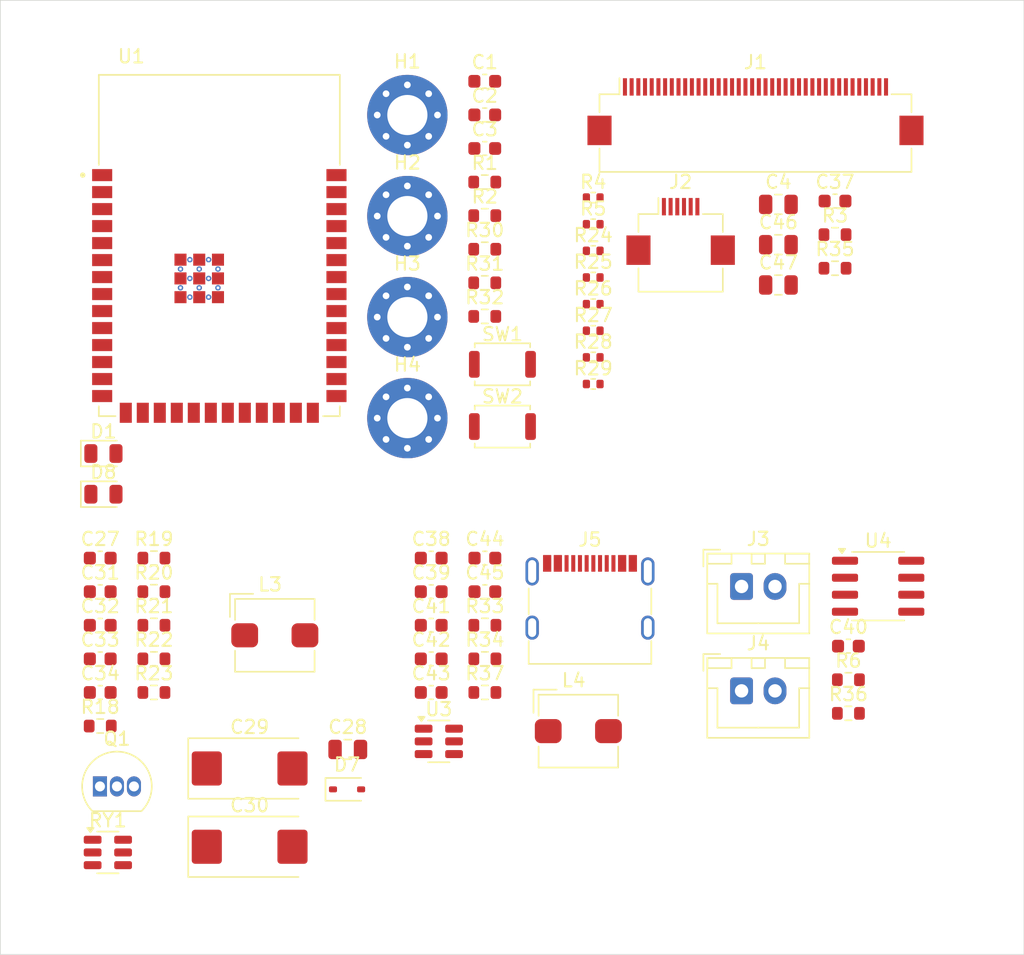
<source format=kicad_pcb>
(kicad_pcb (version 20240108) (generator "pcbnew") (generator_version "8.0")
  (layers (0 "F.Cu" signal) (31 "B.Cu" signal) (34 "B.Paste" user) (35 "F.Paste" user) (36 "B.SilkS" user "B.Silkscreen") (37 "F.SilkS" user "F.Silkscreen") (38 "B.Mask" user) (39 "F.Mask" user) (44 "Edge.Cuts" user))
  (net 0 "")
  (net 1 "GND")
  (net 2 "RESET")
  (net 3 "+3.3V")
  (net 4 "Net-(J1-Pin_4)")
  (net 5 "Net-(C28-Pad1)")
  (net 6 "/LCD/LCD connector/LED+")
  (net 7 "Net-(J2-Pin_5)")
  (net 8 "Net-(U3-VFB)")
  (net 9 "Net-(U4-VCC)")
  (net 10 "+12V")
  (net 11 "Net-(U3-VBST)")
  (net 12 "Net-(U3-SW)")
  (net 13 "/LCD/LCD connector/IO42")
  (net 14 "Net-(D1-A)")
  (net 15 "Net-(D7-A)")
  (net 16 "Net-(D8-A)")
  (net 17 "/LCD/LCD connector/IO6")
  (net 18 "/LCD/LCD connector/IO46")
  (net 19 "/LCD/LCD connector/IO9")
  (net 20 "/LCD/LCD connector/IO7")
  (net 22 "/LCD/LCD connector/IO21")
  (net 23 "/LCD/LCD connector/IO15")
  (net 24 "/LCD/LCD connector/IO40")
  (net 25 "/LCD/LCD connector/IO39")
  (net 27 "/LCD/LCD connector/IO3")
  (net 28 "/LCD/LCD connector/IO48")
  (net 29 "/LCD/LCD connector/IO8")
  (net 30 "Net-(J1-Pin_31)")
  (net 31 "/LCD/LCD connector/IO1")
  (net 33 "/LCD/LCD connector/IO5")
  (net 35 "/LCD/LCD connector/IO14")
  (net 36 "/LCD/LCD connector/LED-")
  (net 37 "/LCD/LCD connector/IO41")
  (net 38 "/LCD/LCD connector/IO47")
  (net 39 "/LCD/LCD connector/IO16")
  (net 41 "/LCD/LCD connector/IO4")
  (net 42 "/LCD/LCD connector/IO45")
  (net 43 "Net-(J2-Pin_4)")
  (net 45 "/LCD/LCD connector/SCL")
  (net 46 "/LCD/LCD connector/SDA")
  (net 47 "Net-(J4-Pin_2)")
  (net 48 "Net-(J4-Pin_1)")
  (net 49 "/LCD/MCU/D-")
  (net 51 "/LCD/MCU/D+")
  (net 59 "Net-(Q1-B)")
  (net 60 "Net-(Q1-C)")
  (net 61 "Net-(U1-IO13)")
  (net 62 "/LCD/LCD connector/RESET")
  (net 63 "/LCD/LCD connector/IO38")
  (net 64 "Net-(U4-Rs)")
  (net 65 "/LCD/MCU/IO35")
  (net 66 "BOOST ")
  (net 67 "Net-(U3-EN)")
  (net 73 "/LCD/CANBUS TRANCEIVER/CAN_TX")
  (net 75 "/LCD/CANBUS TRANCEIVER/CAN_RX")
  (footprint "Capacitor_SMD:C_0603_1608Metric" (layer "F.Cu") (at 150.31 90.89)
    (property "Reference" "C31" (at 0 -1.43 0) (layer "F.SilkS"))
    (property "Value" "10uF")
    (pad "1" smd roundrect (at -0.775 0) (size 0.9 0.95) (layers "F.Cu" "F.Paste" "F.Mask") (net 1 "GND"))
    (pad "2" smd roundrect (at 0.775 0) (size 0.9 0.95) (layers "F.Cu" "F.Paste" "F.Mask") (net 3 "+3.3V"))
  )
  (footprint "Resistor_SMD:R_0603_1608Metric" (layer "F.Cu") (at 150.31 100.93)
    (property "Reference" "R18" (at 0 -1.43 0) (layer "F.SilkS"))
    (property "Value" "NC")
    (pad "1" smd roundrect (at -0.825 0) (size 0.8 0.95) (layers "F.Cu" "F.Paste" "F.Mask") (net 59 "Net-(Q1-B)"))
    (pad "2" smd roundrect (at 0.825 0) (size 0.8 0.95) (layers "F.Cu" "F.Paste" "F.Mask") (net 65 "/LCD/MCU/IO35"))
  )
  (footprint "Inductor_SMD:L_Bourns_SRP5030T" (layer "F.Cu") (at 163.35 94.15)
    (property "Reference" "L3" (at -0.35 -3.8 0) (layer "F.SilkS"))
    (property "Value" "10uH")
    (pad "1" smd roundrect (at -2.25 0) (size 2 1.8) (layers "F.Cu" "F.Paste" "F.Mask") (net 3 "+3.3V"))
    (pad "2" smd roundrect (at 2.25 0) (size 2 1.8) (layers "F.Cu" "F.Paste" "F.Mask") (net 15 "Net-(D7-A)"))
  )
  (footprint "Inductor_SMD:L_Bourns_SRP5030T" (layer "F.Cu") (at 186.02 101.31)
    (property "Reference" "L4" (at -0.35 -3.8 0) (layer "F.SilkS"))
    (property "Value" "4.7uH")
    (pad "1" smd roundrect (at -2.25 0) (size 2 1.8) (layers "F.Cu" "F.Paste" "F.Mask") (net 12 "Net-(U3-SW)"))
    (pad "2" smd roundrect (at 2.25 0) (size 2 1.8) (layers "F.Cu" "F.Paste" "F.Mask") (net 3 "+3.3V"))
  )
  (footprint "Connector_FFC-FPC:Hirose_FH12-6S-0.5SH_1x06-1MP_P0.50mm_Horizontal" (layer "F.Cu") (at 193.66 63.97)
    (property "Reference" "J2" (at 0 -3.7 0) (layer "F.SilkS"))
    (property "Value" "Conn_01x08_Pin")
    (pad "1" smd rect (at -1.25 -1.85) (size 0.3 1.3) (layers "F.Cu" "F.Paste" "F.Mask") (net 1 "GND"))
    (pad "2" smd rect (at -0.75 -1.85) (size 0.3 1.3) (layers "F.Cu" "F.Paste" "F.Mask") (net 46 "/LCD/LCD connector/SDA"))
    (pad "3" smd rect (at -0.25 -1.85) (size 0.3 1.3) (layers "F.Cu" "F.Paste" "F.Mask") (net 45 "/LCD/LCD connector/SCL"))
    (pad "4" smd rect (at 0.25 -1.85) (size 0.3 1.3) (layers "F.Cu" "F.Paste" "F.Mask") (net 43 "Net-(J2-Pin_4)"))
    (pad "5" smd rect (at 0.75 -1.85) (size 0.3 1.3) (layers "F.Cu" "F.Paste" "F.Mask") (net 7 "Net-(J2-Pin_5)"))
    (pad "6" smd rect (at 1.25 -1.85) (size 0.3 1.3) (layers "F.Cu" "F.Paste" "F.Mask"))
    (pad "MP" smd rect (at -3.15 1.4) (size 1.8 2.2) (layers "F.Cu" "F.Paste" "F.Mask"))
    (pad "MP" smd rect (at 3.15 1.4) (size 1.8 2.2) (layers "F.Cu" "F.Paste" "F.Mask"))
  )
  (footprint "Connector_FFC-FPC:Hirose_FH12-40S-0.5SH_1x40-1MP_P0.50mm_Horizontal" (layer "F.Cu") (at 199.25 55.02)
    (property "Reference" "J1" (at 0 -3.7 0) (layer "F.SilkS"))
    (property "Value" "Conn_01x42_Pin")
    (pad "1" smd rect (at -9.75 -1.85) (size 0.3 1.3) (layers "F.Cu" "F.Paste" "F.Mask") (net 36 "/LCD/LCD connector/LED-"))
    (pad "2" smd rect (at -9.25 -1.85) (size 0.3 1.3) (layers "F.Cu" "F.Paste" "F.Mask") (net 6 "/LCD/LCD connector/LED+"))
    (pad "3" smd rect (at -8.75 -1.85) (size 0.3 1.3) (layers "F.Cu" "F.Paste" "F.Mask") (net 1 "GND"))
    (pad "4" smd rect (at -8.25 -1.85) (size 0.3 1.3) (layers "F.Cu" "F.Paste" "F.Mask") (net 4 "Net-(J1-Pin_4)"))
    (pad "5" smd rect (at -7.75 -1.85) (size 0.3 1.3) (layers "F.Cu" "F.Paste" "F.Mask") (net 1 "GND"))
    (pad "6" smd rect (at -7.25 -1.85) (size 0.3 1.3) (layers "F.Cu" "F.Paste" "F.Mask") (net 1 "GND"))
    (pad "7" smd rect (at -6.75 -1.85) (size 0.3 1.3) (layers "F.Cu" "F.Paste" "F.Mask") (net 1 "GND"))
    (pad "8" smd rect (at -6.25 -1.85) (size 0.3 1.3) (layers "F.Cu" "F.Paste" "F.Mask") (net 42 "/LCD/LCD connector/IO45"))
    (pad "9" smd rect (at -5.75 -1.85) (size 0.3 1.3) (layers "F.Cu" "F.Paste" "F.Mask") (net 28 "/LCD/LCD connector/IO48"))
    (pad "10" smd rect (at -5.25 -1.85) (size 0.3 1.3) (layers "F.Cu" "F.Paste" "F.Mask") (net 38 "/LCD/LCD connector/IO47"))
    (pad "11" smd rect (at -4.75 -1.85) (size 0.3 1.3) (layers "F.Cu" "F.Paste" "F.Mask") (net 22 "/LCD/LCD connector/IO21"))
    (pad "12" smd rect (at -4.25 -1.85) (size 0.3 1.3) (layers "F.Cu" "F.Paste" "F.Mask") (net 35 "/LCD/LCD connector/IO14"))
    (pad "13" smd rect (at -3.75 -1.85) (size 0.3 1.3) (layers "F.Cu" "F.Paste" "F.Mask") (net 1 "GND"))
    (pad "14" smd rect (at -3.25 -1.85) (size 0.3 1.3) (layers "F.Cu" "F.Paste" "F.Mask") (net 1 "GND"))
    (pad "15" smd rect (at -2.75 -1.85) (size 0.3 1.3) (layers "F.Cu" "F.Paste" "F.Mask") (net 33 "/LCD/LCD connector/IO5"))
    (pad "16" smd rect (at -2.25 -1.85) (size 0.3 1.3) (layers "F.Cu" "F.Paste" "F.Mask") (net 17 "/LCD/LCD connector/IO6"))
    (pad "17" smd rect (at -1.75 -1.85) (size 0.3 1.3) (layers "F.Cu" "F.Paste" "F.Mask") (net 20 "/LCD/LCD connector/IO7"))
    (pad "18" smd rect (at -1.25 -1.85) (size 0.3 1.3) (layers "F.Cu" "F.Paste" "F.Mask") (net 23 "/LCD/LCD connector/IO15"))
    (pad "19" smd rect (at -0.75 -1.85) (size 0.3 1.3) (layers "F.Cu" "F.Paste" "F.Mask") (net 39 "/LCD/LCD connector/IO16"))
    (pad "20" smd rect (at -0.25 -1.85) (size 0.3 1.3) (layers "F.Cu" "F.Paste" "F.Mask") (net 41 "/LCD/LCD connector/IO4"))
    (pad "21" smd rect (at 0.25 -1.85) (size 0.3 1.3) (layers "F.Cu" "F.Paste" "F.Mask") (net 1 "GND"))
    (pad "22" smd rect (at 0.75 -1.85) (size 0.3 1.3) (layers "F.Cu" "F.Paste" "F.Mask") (net 1 "GND"))
    (pad "23" smd rect (at 1.25 -1.85) (size 0.3 1.3) (layers "F.Cu" "F.Paste" "F.Mask") (net 1 "GND"))
    (pad "24" smd rect (at 1.75 -1.85) (size 0.3 1.3) (layers "F.Cu" "F.Paste" "F.Mask") (net 29 "/LCD/LCD connector/IO8"))
    (pad "25" smd rect (at 2.25 -1.85) (size 0.3 1.3) (layers "F.Cu" "F.Paste" "F.Mask") (net 27 "/LCD/LCD connector/IO3"))
    (pad "26" smd rect (at 2.75 -1.85) (size 0.3 1.3) (layers "F.Cu" "F.Paste" "F.Mask") (net 18 "/LCD/LCD connector/IO46"))
    (pad "27" smd rect (at 3.25 -1.85) (size 0.3 1.3) (layers "F.Cu" "F.Paste" "F.Mask") (net 19 "/LCD/LCD connector/IO9"))
    (pad "28" smd rect (at 3.75 -1.85) (size 0.3 1.3) (layers "F.Cu" "F.Paste" "F.Mask") (net 31 "/LCD/LCD connector/IO1"))
    (pad "29" smd rect (at 4.25 -1.85) (size 0.3 1.3) (layers "F.Cu" "F.Paste" "F.Mask") (net 1 "GND"))
    (pad "30" smd rect (at 4.75 -1.85) (size 0.3 1.3) (layers "F.Cu" "F.Paste" "F.Mask") (net 13 "/LCD/LCD connector/IO42"))
    (pad "31" smd rect (at 5.25 -1.85) (size 0.3 1.3) (layers "F.Cu" "F.Paste" "F.Mask") (net 30 "Net-(J1-Pin_31)"))
    (pad "32" smd rect (at 5.75 -1.85) (size 0.3 1.3) (layers "F.Cu" "F.Paste" "F.Mask") (net 25 "/LCD/LCD connector/IO39"))
    (pad "33" smd rect (at 6.25 -1.85) (size 0.3 1.3) (layers "F.Cu" "F.Paste" "F.Mask") (net 37 "/LCD/LCD connector/IO41"))
    (pad "34" smd rect (at 6.75 -1.85) (size 0.3 1.3) (layers "F.Cu" "F.Paste" "F.Mask") (net 24 "/LCD/LCD connector/IO40"))
    (pad "35" smd rect (at 7.25 -1.85) (size 0.3 1.3) (layers "F.Cu" "F.Paste" "F.Mask"))
    (pad "36" smd rect (at 7.75 -1.85) (size 0.3 1.3) (layers "F.Cu" "F.Paste" "F.Mask") (net 1 "GND"))
    (pad "37" smd rect (at 8.25 -1.85) (size 0.3 1.3) (layers "F.Cu" "F.Paste" "F.Mask"))
    (pad "38" smd rect (at 8.75 -1.85) (size 0.3 1.3) (layers "F.Cu" "F.Paste" "F.Mask"))
    (pad "39" smd rect (at 9.25 -1.85) (size 0.3 1.3) (layers "F.Cu" "F.Paste" "F.Mask"))
    (pad "40" smd rect (at 9.75 -1.85) (size 0.3 1.3) (layers "F.Cu" "F.Paste" "F.Mask"))
    (pad "MP" smd rect (at -11.65 1.4) (size 1.8 2.2) (layers "F.Cu" "F.Paste" "F.Mask"))
    (pad "MP" smd rect (at 11.65 1.4) (size 1.8 2.2) (layers "F.Cu" "F.Paste" "F.Mask"))
  )
  (footprint "Capacitor_SMD:C_0603_1608Metric" (layer "F.Cu") (at 206.19 94.96)
    (property "Reference" "C40" (at 0 -1.43 0) (layer "F.SilkS"))
    (property "Value" "100nF")
    (pad "1" smd roundrect (at -0.775 0) (size 0.9 0.95) (layers "F.Cu" "F.Paste" "F.Mask") (net 3 "+3.3V"))
    (pad "2" smd roundrect (at 0.775 0) (size 0.9 0.95) (layers "F.Cu" "F.Paste" "F.Mask") (net 9 "Net-(U4-VCC)"))
  )
  (footprint "Resistor_SMD:R_0603_1608Metric" (layer "F.Cu") (at 179.03 67.81)
    (property "Reference" "R31" (at 0 -1.43 0) (layer "F.SilkS"))
    (property "Value" "10k")
    (pad "1" smd roundrect (at -0.825 0) (size 0.8 0.95) (layers "F.Cu" "F.Paste" "F.Mask") (net 3 "+3.3V"))
    (pad "2" smd roundrect (at 0.825 0) (size 0.8 0.95) (layers "F.Cu" "F.Paste" "F.Mask") (net 66 "BOOST "))
  )
  (footprint "MountingHole:MountingHole_3mm_Pad_Via" (layer "F.Cu") (at 173.25 77.92)
    (property "Reference" "H4" (at 0 -4 0) (layer "F.SilkS"))
    (property "Value" "MountingHole")
    (pad "1" thru_hole circle (at -2.25 0) (size 0.8 0.8) (drill 0.5) (layers "*.Cu" "*.Mask"))
    (pad "1" thru_hole circle (at -1.59099 -1.59099) (size 0.8 0.8) (drill 0.5) (layers "*.Cu" "*.Mask"))
    (pad "1" thru_hole circle (at -1.59099 1.59099) (size 0.8 0.8) (drill 0.5) (layers "*.Cu" "*.Mask"))
    (pad "1" thru_hole circle (at 0 -2.25) (size 0.8 0.8) (drill 0.5) (layers "*.Cu" "*.Mask"))
    (pad "1" thru_hole circle (at 0 0) (size 6 6) (drill 3) (layers "*.Cu" "*.Mask"))
    (pad "1" thru_hole circle (at 0 2.25) (size 0.8 0.8) (drill 0.5) (layers "*.Cu" "*.Mask"))
    (pad "1" thru_hole circle (at 1.59099 -1.59099) (size 0.8 0.8) (drill 0.5) (layers "*.Cu" "*.Mask"))
    (pad "1" thru_hole circle (at 1.59099 1.59099) (size 0.8 0.8) (drill 0.5) (layers "*.Cu" "*.Mask"))
    (pad "1" thru_hole circle (at 2.25 0) (size 0.8 0.8) (drill 0.5) (layers "*.Cu" "*.Mask"))
  )
  (footprint "Resistor_SMD:R_0603_1608Metric" (layer "F.Cu") (at 179.04 98.42)
    (property "Reference" "R37" (at 0 -1.43 0) (layer "F.SilkS"))
    (property "Value" "135k")
    (pad "1" smd roundrect (at -0.825 0) (size 0.8 0.95) (layers "F.Cu" "F.Paste" "F.Mask") (net 8 "Net-(U3-VFB)"))
    (pad "2" smd roundrect (at 0.825 0) (size 0.8 0.95) (layers "F.Cu" "F.Paste" "F.Mask") (net 3 "+3.3V"))
  )
  (footprint "MountingHole:MountingHole_3mm_Pad_Via" (layer "F.Cu") (at 173.25 62.82)
    (property "Reference" "H2" (at 0 -4 0) (layer "F.SilkS"))
    (property "Value" "MountingHole")
    (pad "1" thru_hole circle (at -2.25 0) (size 0.8 0.8) (drill 0.5) (layers "*.Cu" "*.Mask"))
    (pad "1" thru_hole circle (at -1.59099 -1.59099) (size 0.8 0.8) (drill 0.5) (layers "*.Cu" "*.Mask"))
    (pad "1" thru_hole circle (at -1.59099 1.59099) (size 0.8 0.8) (drill 0.5) (layers "*.Cu" "*.Mask"))
    (pad "1" thru_hole circle (at 0 -2.25) (size 0.8 0.8) (drill 0.5) (layers "*.Cu" "*.Mask"))
    (pad "1" thru_hole circle (at 0 0) (size 6 6) (drill 3) (layers "*.Cu" "*.Mask"))
    (pad "1" thru_hole circle (at 0 2.25) (size 0.8 0.8) (drill 0.5) (layers "*.Cu" "*.Mask"))
    (pad "1" thru_hole circle (at 1.59099 -1.59099) (size 0.8 0.8) (drill 0.5) (layers "*.Cu" "*.Mask"))
    (pad "1" thru_hole circle (at 1.59099 1.59099) (size 0.8 0.8) (drill 0.5) (layers "*.Cu" "*.Mask"))
    (pad "1" thru_hole circle (at 2.25 0) (size 0.8 0.8) (drill 0.5) (layers "*.Cu" "*.Mask"))
  )
  (footprint "Capacitor_Tantalum_SMD:CP_EIA-7343-43_Kemet-X_Pad2.25x2.55mm_HandSolder" (layer "F.Cu") (at 161.47 104.1)
    (property "Reference" "C29" (at 0 -3.1 0) (layer "F.SilkS"))
    (property "Value" "4.7uF/35V")
    (pad "1" smd roundrect (at -3.2 0) (size 2.25 2.55) (layers "F.Cu" "F.Paste" "F.Mask") (roundrect_rratio 0.111111) (net 1 "GND"))
    (pad "2" smd roundrect (at 3.2 0) (size 2.25 2.55) (layers "F.Cu" "F.Paste" "F.Mask") (roundrect_rratio 0.111111) (net 6 "/LCD/LCD connector/LED+"))
  )
  (footprint "Package_TO_SOT_SMD:SOT-23-6" (layer "F.Cu") (at 150.88 110.375)
    (property "Reference" "RY1" (at 0 -2.4 0) (layer "F.SilkS"))
    (property "Value" "~")
    (pad "1" smd roundrect (at -1.1375 -0.95) (size 1.325 0.6) (layers "F.Cu" "F.Paste" "F.Mask") (net 15 "Net-(D7-A)"))
    (pad "2" smd roundrect (at -1.1375 0) (size 1.325 0.6) (layers "F.Cu" "F.Paste" "F.Mask") (net 1 "GND"))
    (pad "3" smd roundrect (at -1.1375 0.95) (size 1.325 0.6) (layers "F.Cu" "F.Paste" "F.Mask") (net 36 "/LCD/LCD connector/LED-"))
    (pad "4" smd roundrect (at 1.1375 0.95) (size 1.325 0.6) (layers "F.Cu" "F.Paste" "F.Mask") (net 60 "Net-(Q1-C)"))
    (pad "5" smd roundrect (at 1.1375 0) (size 1.325 0.6) (layers "F.Cu" "F.Paste" "F.Mask") (net 6 "/LCD/LCD connector/LED+"))
    (pad "6" smd roundrect (at 1.1375 -0.95) (size 1.325 0.6) (layers "F.Cu" "F.Paste" "F.Mask") (net 3 "+3.3V"))
  )
  (footprint "Capacitor_SMD:C_0603_1608Metric" (layer "F.Cu") (at 150.31 88.38)
    (property "Reference" "C27" (at 0 -1.43 0) (layer "F.SilkS"))
    (property "Value" "10uF")
    (pad "1" smd roundrect (at -0.775 0) (size 0.9 0.95) (layers "F.Cu" "F.Paste" "F.Mask") (net 1 "GND"))
    (pad "2" smd roundrect (at 0.775 0) (size 0.9 0.95) (layers "F.Cu" "F.Paste" "F.Mask") (net 3 "+3.3V"))
  )
  (footprint "Button_Switch_SMD:SW_Push_SPST_NO_Alps_SKRK" (layer "F.Cu") (at 180.35 73.9)
    (property "Reference" "SW1" (at 0 -2.25 0) (layer "F.SilkS"))
    (property "Value" "SW_Push")
    (pad "1" smd roundrect (at -2.1 0) (size 0.8 2) (layers "F.Cu" "F.Paste" "F.Mask") (net 1 "GND"))
    (pad "2" smd roundrect (at 2.1 0) (size 0.8 2) (layers "F.Cu" "F.Paste" "F.Mask") (net 2 "RESET"))
  )
  (footprint "Resistor_SMD:R_0603_1608Metric" (layer "F.Cu") (at 206.19 97.47)
    (property "Reference" "R6" (at 0 -1.43 0) (layer "F.SilkS"))
    (property "Value" "10k")
    (pad "1" smd roundrect (at -0.825 0) (size 0.8 0.95) (layers "F.Cu" "F.Paste" "F.Mask") (net 1 "GND"))
    (pad "2" smd roundrect (at 0.825 0) (size 0.8 0.95) (layers "F.Cu" "F.Paste" "F.Mask") (net 64 "Net-(U4-Rs)"))
  )
  (footprint "Capacitor_SMD:C_0805_2012Metric" (layer "F.Cu") (at 200.96 61.95)
    (property "Reference" "C4" (at 0 -1.68 0) (layer "F.SilkS"))
    (property "Value" "0.1uF/10V")
    (pad "1" smd roundrect (at -0.95 0) (size 1 1.45) (layers "F.Cu" "F.Paste" "F.Mask") (net 1 "GND"))
    (pad "2" smd roundrect (at 0.95 0) (size 1 1.45) (layers "F.Cu" "F.Paste" "F.Mask") (net 4 "Net-(J1-Pin_4)"))
  )
  (footprint "Capacitor_SMD:C_0603_1608Metric" (layer "F.Cu") (at 179.04 88.38)
    (property "Reference" "C44" (at 0 -1.43 0) (layer "F.SilkS"))
    (property "Value" "22uF")
    (pad "1" smd roundrect (at -0.775 0) (size 0.9 0.95) (layers "F.Cu" "F.Paste" "F.Mask") (net 3 "+3.3V"))
    (pad "2" smd roundrect (at 0.775 0) (size 0.9 0.95) (layers "F.Cu" "F.Paste" "F.Mask") (net 1 "GND"))
  )
  (footprint "Button_Switch_SMD:SW_Push_SPST_NO_Alps_SKRK" (layer "F.Cu") (at 180.35 78.55)
    (property "Reference" "SW2" (at 0 -2.25 0) (layer "F.SilkS"))
    (property "Value" "SW_Push")
    (pad "1" smd roundrect (at -2.1 0) (size 0.8 2) (layers "F.Cu" "F.Paste" "F.Mask") (net 1 "GND"))
    (pad "2" smd roundrect (at 2.1 0) (size 0.8 2) (layers "F.Cu" "F.Paste" "F.Mask") (net 66 "BOOST "))
  )
  (footprint "Resistor_SMD:R_0603_1608Metric" (layer "F.Cu") (at 154.32 88.38)
    (property "Reference" "R19" (at 0 -1.43 0) (layer "F.SilkS"))
    (property "Value" "10K")
    (pad "1" smd roundrect (at -0.825 0) (size 0.8 0.95) (layers "F.Cu" "F.Paste" "F.Mask") (net 1 "GND"))
    (pad "2" smd roundrect (at 0.825 0) (size 0.8 0.95) (layers "F.Cu" "F.Paste" "F.Mask") (net 59 "Net-(Q1-B)"))
  )
  (footprint "Capacitor_SMD:C_0603_1608Metric" (layer "F.Cu") (at 150.31 98.42)
    (property "Reference" "C34" (at 0 -1.43 0) (layer "F.SilkS"))
    (property "Value" "0.1uF")
    (pad "1" smd roundrect (at -0.775 0) (size 0.9 0.95) (layers "F.Cu" "F.Paste" "F.Mask") (net 1 "GND"))
    (pad "2" smd roundrect (at 0.775 0) (size 0.9 0.95) (layers "F.Cu" "F.Paste" "F.Mask") (net 3 "+3.3V"))
  )
  (footprint "Resistor_SMD:R_0603_1608Metric" (layer "F.Cu") (at 205.19 64.21)
    (property "Reference" "R3" (at 0 -1.43 0) (layer "F.SilkS"))
    (property "Value" "10k")
    (pad "1" smd roundrect (at -0.825 0) (size 0.8 0.95) (layers "F.Cu" "F.Paste" "F.Mask") (net 3 "+3.3V"))
    (pad "2" smd roundrect (at 0.825 0) (size 0.8 0.95) (layers "F.Cu" "F.Paste" "F.Mask") (net 30 "Net-(J1-Pin_31)"))
  )
  (footprint "Capacitor_SMD:C_0805_2012Metric" (layer "F.Cu") (at 200.96 67.97)
    (property "Reference" "C47" (at 0 -1.68 0) (layer "F.SilkS"))
    (property "Value" "22pF/50V")
    (pad "1" smd roundrect (at -0.95 0) (size 1 1.45) (layers "F.Cu" "F.Paste" "F.Mask") (net 1 "GND"))
    (pad "2" smd roundrect (at 0.95 0) (size 1 1.45) (layers "F.Cu" "F.Paste" "F.Mask") (net 13 "/LCD/LCD connector/IO42"))
  )
  (footprint "Resistor_SMD:R_0402_1005Metric" (layer "F.Cu") (at 187.13 73.38)
    (property "Reference" "R28" (at 0 -1.17 0) (layer "F.SilkS"))
    (property "Value" "5.1K")
    (pad "1" smd roundrect (at -0.51 0) (size 0.54 0.64) (layers "F.Cu" "F.Paste" "F.Mask") (net 45 "/LCD/LCD connector/SCL"))
    (pad "2" smd roundrect (at 0.51 0) (size 0.54 0.64) (layers "F.Cu" "F.Paste" "F.Mask") (net 3 "+3.3V"))
  )
  (footprint "Resistor_SMD:R_0603_1608Metric" (layer "F.Cu") (at 154.32 98.42)
    (property "Reference" "R23" (at 0 -1.43 0) (layer "F.SilkS"))
    (property "Value" "NC")
    (pad "1" smd roundrect (at -0.825 0) (size 0.8 0.95) (layers "F.Cu" "F.Paste" "F.Mask") (net 36 "/LCD/LCD connector/LED-"))
    (pad "2" smd roundrect (at 0.825 0) (size 0.8 0.95) (layers "F.Cu" "F.Paste" "F.Mask") (net 1 "GND"))
  )
  (footprint "Resistor_SMD:R_0603_1608Metric" (layer "F.Cu") (at 154.32 95.91)
    (property "Reference" "R22" (at 0 -1.43 0) (layer "F.SilkS"))
    (property "Value" "3.6R")
    (pad "1" smd roundrect (at -0.825 0) (size 0.8 0.95) (layers "F.Cu" "F.Paste" "F.Mask") (net 36 "/LCD/LCD connector/LED-"))
    (pad "2" smd roundrect (at 0.825 0) (size 0.8 0.95) (layers "F.Cu" "F.Paste" "F.Mask") (net 1 "GND"))
  )
  (footprint "MountingHole:MountingHole_3mm_Pad_Via" (layer "F.Cu") (at 173.25 55.27)
    (property "Reference" "H1" (at 0 -4 0) (layer "F.SilkS"))
    (property "Value" "MountingHole")
    (pad "1" thru_hole circle (at -2.25 0) (size 0.8 0.8) (drill 0.5) (layers "*.Cu" "*.Mask"))
    (pad "1" thru_hole circle (at -1.59099 -1.59099) (size 0.8 0.8) (drill 0.5) (layers "*.Cu" "*.Mask"))
    (pad "1" thru_hole circle (at -1.59099 1.59099) (size 0.8 0.8) (drill 0.5) (layers "*.Cu" "*.Mask"))
    (pad "1" thru_hole circle (at 0 -2.25) (size 0.8 0.8) (drill 0.5) (layers "*.Cu" "*.Mask"))
    (pad "1" thru_hole circle (at 0 0) (size 6 6) (drill 3) (layers "*.Cu" "*.Mask"))
    (pad "1" thru_hole circle (at 0 2.25) (size 0.8 0.8) (drill 0.5) (layers "*.Cu" "*.Mask"))
    (pad "1" thru_hole circle (at 1.59099 -1.59099) (size 0.8 0.8) (drill 0.5) (layers "*.Cu" "*.Mask"))
    (pad "1" thru_hole circle (at 1.59099 1.59099) (size 0.8 0.8) (drill 0.5) (layers "*.Cu" "*.Mask"))
    (pad "1" thru_hole circle (at 2.25 0) (size 0.8 0.8) (drill 0.5) (layers "*.Cu" "*.Mask"))
  )
  (footprint "Connector_JST:JST_XH_B2B-XH-A_1x02_P2.50mm_Vertical" (layer "F.Cu") (at 198.21 90.5)
    (property "Reference" "J3" (at 1.25 -3.55 0) (layer "F.SilkS"))
    (property "Value" "Conn_01x02_Pin")
    (pad "1" thru_hole roundrect (at 0 0) (size 1.7 2) (drill 1) (layers "*.Cu" "*.Mask") (roundrect_rratio 0.147059) (net 10 "+12V"))
    (pad "2" thru_hole oval (at 2.5 0) (size 1.7 2) (drill 1) (layers "*.Cu" "*.Mask") (net 1 "GND"))
  )
  (footprint "Capacitor_SMD:C_0603_1608Metric" (layer "F.Cu") (at 179.03 57.77)
    (property "Reference" "C3" (at 0 -1.43 0) (layer "F.SilkS"))
    (property "Value" "0.1uF")
    (pad "1" smd roundrect (at -0.775 0) (size 0.9 0.95) (layers "F.Cu" "F.Paste" "F.Mask") (net 1 "GND"))
    (pad "2" smd roundrect (at 0.775 0) (size 0.9 0.95) (layers "F.Cu" "F.Paste" "F.Mask") (net 3 "+3.3V"))
  )
  (footprint "Resistor_SMD:R_0402_1005Metric" (layer "F.Cu") (at 187.13 69.4)
    (property "Reference" "R26" (at 0 -1.17 0) (layer "F.SilkS"))
    (property "Value" "NC")
    (pad "1" smd roundrect (at -0.51 0) (size 0.54 0.64) (layers "F.Cu" "F.Paste" "F.Mask") (net 43 "Net-(J2-Pin_4)"))
    (pad "2" smd roundrect (at 0.51 0) (size 0.54 0.64) (layers "F.Cu" "F.Paste" "F.Mask") (net 3 "+3.3V"))
  )
  (footprint "Capacitor_SMD:C_0603_1608Metric" (layer "F.Cu") (at 205.19 61.7)
    (property "Reference" "C37" (at 0 -1.43 0) (layer "F.SilkS"))
    (property "Value" "NC")
    (pad "1" smd roundrect (at -0.775 0) (size 0.9 0.95) (layers "F.Cu" "F.Paste" "F.Mask") (net 1 "GND"))
    (pad "2" smd roundrect (at 0.775 0) (size 0.9 0.95) (layers "F.Cu" "F.Paste" "F.Mask") (net 7 "Net-(J2-Pin_5)"))
  )
  (footprint "Resistor_SMD:R_0402_1005Metric" (layer "F.Cu") (at 187.13 75.37)
    (property "Reference" "R29" (at 0 -1.17 0) (layer "F.SilkS"))
    (property "Value" "5.1K")
    (pad "1" smd roundrect (at -0.51 0) (size 0.54 0.64) (layers "F.Cu" "F.Paste" "F.Mask") (net 46 "/LCD/LCD connector/SDA"))
    (pad "2" smd roundrect (at 0.51 0) (size 0.54 0.64) (layers "F.Cu" "F.Paste" "F.Mask") (net 3 "+3.3V"))
  )
  (footprint "Capacitor_SMD:C_0805_2012Metric" (layer "F.Cu") (at 168.8 102.68)
    (property "Reference" "C28" (at 0 -1.68 0) (layer "F.SilkS"))
    (property "Value" "10pF/50V")
    (pad "1" smd roundrect (at -0.95 0) (size 1 1.45) (layers "F.Cu" "F.Paste" "F.Mask") (net 5 "Net-(C28-Pad1)"))
    (pad "2" smd roundrect (at 0.95 0) (size 1 1.45) (layers "F.Cu" "F.Paste" "F.Mask") (net 1 "GND"))
  )
  (footprint "Connector_JST:JST_XH_B2B-XH-A_1x02_P2.50mm_Vertical" (layer "F.Cu") (at 198.21 98.3)
    (property "Reference" "J4" (at 1.25 -3.55 0) (layer "F.SilkS"))
    (property "Value" "Conn_01x02_Pin")
    (pad "1" thru_hole roundrect (at 0 0) (size 1.7 2) (drill 1) (layers "*.Cu" "*.Mask") (roundrect_rratio 0.147059) (net 48 "Net-(J4-Pin_1)"))
    (pad "2" thru_hole oval (at 2.5 0) (size 1.7 2) (drill 1) (layers "*.Cu" "*.Mask") (net 47 "Net-(J4-Pin_2)"))
  )
  (footprint "Capacitor_SMD:C_0805_2012Metric" (layer "F.Cu") (at 200.96 64.96)
    (property "Reference" "C46" (at 0 -1.68 0) (layer "F.SilkS"))
    (property "Value" "4.7uF/6.3V")
    (pad "1" smd roundrect (at -0.95 0) (size 1 1.45) (layers "F.Cu" "F.Paste" "F.Mask") (net 1 "GND"))
    (pad "2" smd roundrect (at 0.95 0) (size 1 1.45) (layers "F.Cu" "F.Paste" "F.Mask") (net 4 "Net-(J1-Pin_4)"))
  )
  (footprint "Capacitor_SMD:C_0603_1608Metric" (layer "F.Cu") (at 150.31 95.91)
    (property "Reference" "C33" (at 0 -1.43 0) (layer "F.SilkS"))
    (property "Value" "10uF")
    (pad "1" smd roundrect (at -0.775 0) (size 0.9 0.95) (layers "F.Cu" "F.Paste" "F.Mask") (net 1 "GND"))
    (pad "2" smd roundrect (at 0.775 0) (size 0.9 0.95) (layers "F.Cu" "F.Paste" "F.Mask") (net 3 "+3.3V"))
  )
  (footprint "Package_SO:SOIC-8_3.9x4.9mm_P1.27mm" (layer "F.Cu") (at 208.41 90.48)
    (property "Reference" "U4" (at 0 -3.4 0) (layer "F.SilkS"))
    (property "Value" "SN65HVD230")
    (pad "1" smd roundrect (at -2.475 -1.905) (size 1.95 0.6) (layers "F.Cu" "F.Paste" "F.Mask") (net 73 "/LCD/CANBUS TRANCEIVER/CAN_TX"))
    (pad "2" smd roundrect (at -2.475 -0.635) (size 1.95 0.6) (layers "F.Cu" "F.Paste" "F.Mask") (net 1 "GND"))
    (pad "3" smd roundrect (at -2.475 0.635) (size 1.95 0.6) (layers "F.Cu" "F.Paste" "F.Mask") (net 9 "Net-(U4-VCC)"))
    (pad "4" smd roundrect (at -2.475 1.905) (size 1.95 0.6) (layers "F.Cu" "F.Paste" "F.Mask") (net 75 "/LCD/CANBUS TRANCEIVER/CAN_RX"))
    (pad "5" smd roundrect (at 2.475 1.905) (size 1.95 0.6) (layers "F.Cu" "F.Paste" "F.Mask"))
    (pad "6" smd roundrect (at 2.475 0.635) (size 1.95 0.6) (layers "F.Cu" "F.Paste" "F.Mask") (net 48 "Net-(J4-Pin_1)"))
    (pad "7" smd roundrect (at 2.475 -0.635) (size 1.95 0.6) (layers "F.Cu" "F.Paste" "F.Mask") (net 47 "Net-(J4-Pin_2)"))
    (pad "8" smd roundrect (at 2.475 -1.905) (size 1.95 0.6) (layers "F.Cu" "F.Paste" "F.Mask") (net 64 "Net-(U4-Rs)"))
  )
  (footprint "Capacitor_Tantalum_SMD:CP_EIA-7343-43_Kemet-X_Pad2.25x2.55mm_HandSolder" (layer "F.Cu") (at 161.47 109.95)
    (property "Reference" "C30" (at 0 -3.1 0) (layer "F.SilkS"))
    (property "Value" "0.1uF/50V")
    (pad "1" smd roundrect (at -3.2 0) (size 2.25 2.55) (layers "F.Cu" "F.Paste" "F.Mask") (roundrect_rratio 0.111111) (net 1 "GND"))
    (pad "2" smd roundrect (at 3.2 0) (size 2.25 2.55) (layers "F.Cu" "F.Paste" "F.Mask") (roundrect_rratio 0.111111) (net 6 "/LCD/LCD connector/LED+"))
  )
  (footprint "Resistor_SMD:R_0402_1005Metric" (layer "F.Cu") (at 187.13 61.44)
    (property "Reference" "R4" (at 0 -1.17 0) (layer "F.SilkS"))
    (property "Value" "NC")
    (pad "1" smd roundrect (at -0.51 0) (size 0.54 0.64) (layers "F.Cu" "F.Paste" "F.Mask") (net 7 "Net-(J2-Pin_5)"))
    (pad "2" smd roundrect (at 0.51 0) (size 0.54 0.64) (layers "F.Cu" "F.Paste" "F.Mask") (net 62 "/LCD/LCD connector/RESET"))
  )
  (footprint "Capacitor_SMD:C_0603_1608Metric" (layer "F.Cu") (at 175.03 88.38)
    (property "Reference" "C38" (at 0 -1.43 0) (layer "F.SilkS"))
    (property "Value" "18pF")
    (pad "1" smd roundrect (at -0.775 0) (size 0.9 0.95) (layers "F.Cu" "F.Paste" "F.Mask") (net 8 "Net-(U3-VFB)"))
    (pad "2" smd roundrect (at 0.775 0) (size 0.9 0.95) (layers "F.Cu" "F.Paste" "F.Mask") (net 3 "+3.3V"))
  )
  (footprint "Resistor_SMD:R_0402_1005Metric" (layer "F.Cu") (at 187.13 67.41)
    (property "Reference" "R25" (at 0 -1.17 0) (layer "F.SilkS"))
    (property "Value" "10k")
    (pad "1" smd roundrect (at -0.51 0) (size 0.54 0.64) (layers "F.Cu" "F.Paste" "F.Mask") (net 7 "Net-(J2-Pin_5)"))
    (pad "2" smd roundrect (at 0.51 0) (size 0.54 0.64) (layers "F.Cu" "F.Paste" "F.Mask") (net 3 "+3.3V"))
  )
  (footprint "Diode_SMD:D_SOD-323" (layer "F.Cu") (at 168.745 105.66)
    (property "Reference" "D7" (at 0 -1.85 0) (layer "F.SilkS"))
    (property "Value" "1N4148WS")
    (pad "1" smd roundrect (at -1.05 0) (size 0.6 0.45) (layers "F.Cu" "F.Paste" "F.Mask") (net 6 "/LCD/LCD connector/LED+"))
    (pad "2" smd roundrect (at 1.05 0) (size 0.6 0.45) (layers "F.Cu" "F.Paste" "F.Mask") (net 15 "Net-(D7-A)"))
  )
  (footprint "Capacitor_SMD:C_0603_1608Metric" (layer "F.Cu") (at 150.31 93.4)
    (property "Reference" "C32" (at 0 -1.43 0) (layer "F.SilkS"))
    (property "Value" "0.1uF")
    (pad "1" smd roundrect (at -0.775 0) (size 0.9 0.95) (layers "F.Cu" "F.Paste" "F.Mask") (net 1 "GND"))
    (pad "2" smd roundrect (at 0.775 0) (size 0.9 0.95) (layers "F.Cu" "F.Paste" "F.Mask") (net 3 "+3.3V"))
  )
  (footprint "Capacitor_SMD:C_0603_1608Metric" (layer "F.Cu") (at 175.03 95.91)
    (property "Reference" "C42" (at 0 -1.43 0) (layer "F.SilkS"))
    (property "Value" "10uF")
    (pad "1" smd roundrect (at -0.775 0) (size 0.9 0.95) (layers "F.Cu" "F.Paste" "F.Mask") (net 10 "+12V"))
    (pad "2" smd roundrect (at 0.775 0) (size 0.9 0.95) (layers "F.Cu" "F.Paste" "F.Mask") (net 1 "GND"))
  )
  (footprint "Capacitor_SMD:C_0603_1608Metric" (layer "F.Cu") (at 179.03 52.75)
    (property "Reference" "C1" (at 0 -1.43 0) (layer "F.SilkS"))
    (property "Value" "0.1uF")
    (pad "1" smd roundrect (at -0.775 0) (size 0.9 0.95) (layers "F.Cu" "F.Paste" "F.Mask") (net 2 "RESET"))
    (pad "2" smd roundrect (at 0.775 0) (size 0.9 0.95) (layers "F.Cu" "F.Paste" "F.Mask") (net 1 "GND"))
  )
  (footprint "Resistor_SMD:R_0603_1608Metric" (layer "F.Cu") (at 179.03 65.3)
    (property "Reference" "R30" (at 0 -1.43 0) (layer "F.SilkS"))
    (property "Value" "10k")
    (pad "1" smd roundrect (at -0.825 0) (size 0.8 0.95) (layers "F.Cu" "F.Paste" "F.Mask") (net 3 "+3.3V"))
    (pad "2" smd roundrect (at 0.825 0) (size 0.8 0.95) (layers "F.Cu" "F.Paste" "F.Mask") (net 2 "RESET"))
  )
  (footprint "Resistor_SMD:R_0603_1608Metric" (layer "F.Cu") (at 205.19 66.72)
    (property "Reference" "R35" (at 0 -1.43 0) (layer "F.SilkS"))
    (property "Value" "R")
    (pad "1" smd roundrect (at -0.825 0) (size 0.8 0.95) (layers "F.Cu" "F.Paste" "F.Mask") (net 4 "Net-(J1-Pin_4)"))
    (pad "2" smd roundrect (at 0.825 0) (size 0.8 0.95) (layers "F.Cu" "F.Paste" "F.Mask") (net 3 "+3.3V"))
  )
  (footprint "Resistor_SMD:R_0603_1608Metric" (layer "F.Cu") (at 179.04 95.91)
    (property "Reference" "R34" (at 0 -1.43 0) (layer "F.SilkS"))
    (property "Value" "30k")
    (pad "1" smd roundrect (at -0.825 0) (size 0.8 0.95) (layers "F.Cu" "F.Paste" "F.Mask") (net 8 "Net-(U3-VFB)"))
    (pad "2" smd roundrect (at 0.825 0) (size 0.8 0.95) (layers "F.Cu" "F.Paste" "F.Mask") (net 1 "GND"))
  )
  (footprint "Resistor_SMD:R_0402_1005Metric" (layer "F.Cu") (at 187.13 63.43)
    (property "Reference" "R5" (at 0 -1.17 0) (layer "F.SilkS"))
    (property "Value" "0R")
    (pad "1" smd roundrect (at -0.51 0) (size 0.54 0.64) (layers "F.Cu" "F.Paste" "F.Mask") (net 7 "Net-(J2-Pin_5)"))
    (pad "2" smd roundrect (at 0.51 0) (size 0.54 0.64) (layers "F.Cu" "F.Paste" "F.Mask") (net 63 "/LCD/LCD connector/IO38"))
  )
  (footprint "Resistor_SMD:R_0603_1608Metric" (layer "F.Cu") (at 179.03 62.79)
    (property "Reference" "R2" (at 0 -1.43 0) (layer "F.SilkS"))
    (property "Value" "10k")
    (pad "1" smd roundrect (at -0.825 0) (size 0.8 0.95) (layers "F.Cu" "F.Paste" "F.Mask") (net 2 "RESET"))
    (pad "2" smd roundrect (at 0.825 0) (size 0.8 0.95) (layers "F.Cu" "F.Paste" "F.Mask") (net 3 "+3.3V"))
  )
  (footprint "Package_TO_SOT_SMD:SOT-23-6" (layer "F.Cu") (at 175.6 102.075)
    (property "Reference" "U3" (at 0 -2.4 0) (layer "F.SilkS"))
    (property "Value" "TPS562200")
    (pad "1" smd roundrect (at -1.1375 -0.95) (size 1.325 0.6) (layers "F.Cu" "F.Paste" "F.Mask") (net 1 "GND"))
    (pad "2" smd roundrect (at -1.1375 0) (size 1.325 0.6) (layers "F.Cu" "F.Paste" "F.Mask") (net 12 "Net-(U3-SW)"))
    (pad "3" smd roundrect (at -1.1375 0.95) (size 1.325 0.6) (layers "F.Cu" "F.Paste" "F.Mask") (net 10 "+12V"))
    (pad "4" smd roundrect (at 1.1375 0.95) (size 1.325 0.6) (layers "F.Cu" "F.Paste" "F.Mask") (net 8 "Net-(U3-VFB)"))
    (pad "5" smd roundrect (at 1.1375 0) (size 1.325 0.6) (layers "F.Cu" "F.Paste" "F.Mask") (net 67 "Net-(U3-EN)"))
    (pad "6" smd roundrect (at 1.1375 -0.95) (size 1.325 0.6) (layers "F.Cu" "F.Paste" "F.Mask") (net 11 "Net-(U3-VBST)"))
  )
  (footprint "Capacitor_SMD:C_0603_1608Metric" (layer "F.Cu") (at 179.04 90.89)
    (property "Reference" "C45" (at 0 -1.43 0) (layer "F.SilkS"))
    (property "Value" "0.1uF")
    (pad "1" smd roundrect (at -0.775 0) (size 0.9 0.95) (layers "F.Cu" "F.Paste" "F.Mask") (net 12 "Net-(U3-SW)"))
    (pad "2" smd roundrect (at 0.775 0) (size 0.9 0.95) (layers "F.Cu" "F.Paste" "F.Mask") (net 11 "Net-(U3-VBST)"))
  )
  (footprint "LED_SMD:LED_0805_2012Metric" (layer "F.Cu") (at 150.55 83.605)
    (property "Reference" "D8" (at 0 -1.65 0) (layer "F.SilkS"))
    (property "Value" "LED_Small")
    (pad "1" smd roundrect (at -0.9375 0) (size 0.975 1.4) (layers "F.Cu" "F.Paste" "F.Mask") (net 1 "GND"))
    (pad "2" smd roundrect (at 0.9375 0) (size 0.975 1.4) (layers "F.Cu" "F.Paste" "F.Mask") (net 16 "Net-(D8-A)"))
  )
  (footprint "Resistor_SMD:R_0402_1005Metric" (layer "F.Cu") (at 187.13 71.39)
    (property "Reference" "R27" (at 0 -1.17 0) (layer "F.SilkS"))
    (property "Value" "NC")
    (pad "1" smd roundrect (at -0.51 0) (size 0.54 0.64) (layers "F.Cu" "F.Paste" "F.Mask") (net 43 "Net-(J2-Pin_4)"))
    (pad "2" smd roundrect (at 0.51 0) (size 0.54 0.64) (layers "F.Cu" "F.Paste" "F.Mask") (net 1 "GND"))
  )
  (footprint "Resistor_SMD:R_0603_1608Metric" (layer "F.Cu") (at 154.32 90.89)
    (property "Reference" "R20" (at 0 -1.43 0) (layer "F.SilkS"))
    (property "Value" "10K")
    (pad "1" smd roundrect (at -0.825 0) (size 0.8 0.95) (layers "F.Cu" "F.Paste" "F.Mask") (net 60 "Net-(Q1-C)"))
    (pad "2" smd roundrect (at 0.825 0) (size 0.8 0.95) (layers "F.Cu" "F.Paste" "F.Mask") (net 3 "+3.3V"))
  )
  (footprint "Package_TO_SOT_THT:TO-92_Inline" (layer "F.Cu") (at 150.29 105.44)
    (property "Reference" "Q1" (at 1.27 -3.56 0) (layer "F.SilkS"))
    (property "Value" "S8050")
    (pad "1" thru_hole rect (at 0 0) (size 1.05 1.5) (drill 0.75) (layers "*.Cu" "*.Mask") (net 1 "GND"))
    (pad "2" thru_hole oval (at 1.27 0) (size 1.05 1.5) (drill 0.75) (layers "*.Cu" "*.Mask") (net 59 "Net-(Q1-B)"))
    (pad "3" thru_hole oval (at 2.54 0) (size 1.05 1.5) (drill 0.75) (layers "*.Cu" "*.Mask") (net 60 "Net-(Q1-C)"))
  )
  (footprint "Capacitor_SMD:C_0603_1608Metric" (layer "F.Cu") (at 175.03 98.42)
    (property "Reference" "C43" (at 0 -1.43 0) (layer "F.SilkS"))
    (property "Value" "0.1uF")
    (pad "1" smd roundrect (at -0.775 0) (size 0.9 0.95) (layers "F.Cu" "F.Paste" "F.Mask") (net 10 "+12V"))
    (pad "2" smd roundrect (at 0.775 0) (size 0.9 0.95) (layers "F.Cu" "F.Paste" "F.Mask") (net 1 "GND"))
  )
  (footprint "Resistor_SMD:R_0402_1005Metric" (layer "F.Cu") (at 187.13 65.42)
    (property "Reference" "R24" (at 0 -1.17 0) (layer "F.SilkS"))
    (property "Value" "NC")
    (pad "1" smd roundrect (at -0.51 0) (size 0.54 0.64) (layers "F.Cu" "F.Paste" "F.Mask") (net 43 "Net-(J2-Pin_4)"))
    (pad "2" smd roundrect (at 0.51 0) (size 0.54 0.64) (layers "F.Cu" "F.Paste" "F.Mask") (net 63 "/LCD/LCD connector/IO38"))
  )
  (footprint "Resistor_SMD:R_0603_1608Metric" (layer "F.Cu") (at 154.32 93.4)
    (property "Reference" "R21" (at 0 -1.43 0) (layer "F.SilkS"))
    (property "Value" "50R")
    (pad "1" smd roundrect (at -0.825 0) (size 0.8 0.95) (layers "F.Cu" "F.Paste" "F.Mask") (net 5 "Net-(C28-Pad1)"))
    (pad "2" smd roundrect (at 0.825 0) (size 0.8 0.95) (layers "F.Cu" "F.Paste" "F.Mask") (net 15 "Net-(D7-A)"))
  )
  (footprint "Capacitor_SMD:C_0603_1608Metric" (layer "F.Cu") (at 175.03 93.4)
    (property "Reference" "C41" (at 0 -1.43 0) (layer "F.SilkS"))
    (property "Value" "10uF")
    (pad "1" smd roundrect (at -0.775 0) (size 0.9 0.95) (layers "F.Cu" "F.Paste" "F.Mask") (net 10 "+12V"))
    (pad "2" smd roundrect (at 0.775 0) (size 0.9 0.95) (layers "F.Cu" "F.Paste" "F.Mask") (net 1 "GND"))
  )
  (footprint "Resistor_SMD:R_0603_1608Metric" (layer "F.Cu") (at 179.03 60.28)
    (property "Reference" "R1" (at 0 -1.43 0) (layer "F.SilkS"))
    (property "Value" "1k")
    (pad "1" smd roundrect (at -0.825 0) (size 0.8 0.95) (layers "F.Cu" "F.Paste" "F.Mask") (net 61 "Net-(U1-IO13)"))
    (pad "2" smd roundrect (at 0.825 0) (size 0.8 0.95) (layers "F.Cu" "F.Paste" "F.Mask") (net 14 "Net-(D1-A)"))
  )
  (footprint "LED_SMD:LED_0805_2012Metric" (layer "F.Cu") (at 150.55 80.565)
    (property "Reference" "D1" (at 0 -1.65 0) (layer "F.SilkS"))
    (property "Value" "LED_Small")
    (pad "1" smd roundrect (at -0.9375 0) (size 0.975 1.4) (layers "F.Cu" "F.Paste" "F.Mask") (net 1 "GND"))
    (pad "2" smd roundrect (at 0.9375 0) (size 0.975 1.4) (layers "F.Cu" "F.Paste" "F.Mask") (net 14 "Net-(D1-A)"))
  )
  (footprint "MOD FILE:XCVR_ESP32-S3-WROOM-1-N16R2" (layer "F.Cu") (at 159.205 65.02)
    (property "Reference" "U1" (at -6.575 -14.135 0) (layer "F.SilkS"))
    (property "Value" "ESP32-S3-WROOM-1-N16R2")
    (pad "1" smd rect (at -8.75 -5.26) (size 1.5 0.9) (layers "F.Cu" "F.Paste" "F.Mask") (net 1 "GND"))
    (pad "2" smd rect (at -8.75 -3.99) (size 1.5 0.9) (layers "F.Cu" "F.Paste" "F.Mask") (net 3 "+3.3V"))
    (pad "3" smd rect (at -8.75 -2.72) (size 1.5 0.9) (layers "F.Cu" "F.Paste" "F.Mask") (net 2 "RESET"))
    (pad "4" smd rect (at -8.75 -1.45) (size 1.5 0.9) (layers "F.Cu" "F.Paste" "F.Mask") (net 41 "/LCD/LCD connector/IO4"))
    (pad "5" smd rect (at -8.75 -0.18) (size 1.5 0.9) (layers "F.Cu" "F.Paste" "F.Mask") (net 33 "/LCD/LCD connector/IO5"))
    (pad "6" smd rect (at -8.75 1.09) (size 1.5 0.9) (layers "F.Cu" "F.Paste" "F.Mask") (net 17 "/LCD/LCD connector/IO6"))
    (pad "7" smd rect (at -8.75 2.36) (size 1.5 0.9) (layers "F.Cu" "F.Paste" "F.Mask") (net 20 "/LCD/LCD connector/IO7"))
    (pad "8" smd rect (at -8.75 3.63) (size 1.5 0.9) (layers "F.Cu" "F.Paste" "F.Mask") (net 23 "/LCD/LCD connector/IO15"))
    (pad "9" smd rect (at -8.75 4.9) (size 1.5 0.9) (layers "F.Cu" "F.Paste" "F.Mask") (net 39 "/LCD/LCD connector/IO16"))
    (pad "10" smd rect (at -8.75 6.17) (size 1.5 0.9) (layers "F.Cu" "F.Paste" "F.Mask") (net 46 "/LCD/LCD connector/SDA"))
    (pad "11" smd rect (at -8.75 7.44) (size 1.5 0.9) (layers "F.Cu" "F.Paste" "F.Mask") (net 45 "/LCD/LCD connector/SCL"))
    (pad "12" smd rect (at -8.75 8.71) (size 1.5 0.9) (layers "F.Cu" "F.Paste" "F.Mask") (net 29 "/LCD/LCD connector/IO8"))
    (pad "13" smd rect (at -8.75 9.98) (size 1.5 0.9) (layers "F.Cu" "F.Paste" "F.Mask") (net 49 "/LCD/MCU/D-"))
    (pad "14" smd rect (at -8.75 11.25) (size 1.5 0.9) (layers "F.Cu" "F.Paste" "F.Mask") (net 51 "/LCD/MCU/D+"))
    (pad "15" smd rect (at -6.985 12.5) (size 0.9 1.5) (layers "F.Cu" "F.Paste" "F.Mask") (net 27 "/LCD/LCD connector/IO3"))
    (pad "16" smd rect (at -5.715 12.5) (size 0.9 1.5) (layers "F.Cu" "F.Paste" "F.Mask") (net 18 "/LCD/LCD connector/IO46"))
    (pad "17" smd rect (at -4.445 12.5) (size 0.9 1.5) (layers "F.Cu" "F.Paste" "F.Mask") (net 19 "/LCD/LCD connector/IO9"))
    (pad "18" smd rect (at -3.175 12.5) (size 0.9 1.5) (layers "F.Cu" "F.Paste" "F.Mask") (net 73 "/LCD/CANBUS TRANCEIVER/CAN_TX"))
    (pad "19" smd rect (at -1.905 12.5) (size 0.9 1.5) (layers "F.Cu" "F.Paste" "F.Mask") (net 75 "/LCD/CANBUS TRANCEIVER/CAN_RX"))
    (pad "20" smd rect (at -0.635 12.5) (size 0.9 1.5) (layers "F.Cu" "F.Paste" "F.Mask"))
    (pad "21" smd rect (at 0.635 12.5) (size 0.9 1.5) (layers "F.Cu" "F.Paste" "F.Mask") (net 61 "Net-(U1-IO13)"))
    (pad "22" smd rect (at 1.905 12.5) (size 0.9 1.5) (layers "F.Cu" "F.Paste" "F.Mask") (net 35 "/LCD/LCD connector/IO14"))
    (pad "23" smd rect (at 3.175 12.5) (size 0.9 1.5) (layers "F.Cu" "F.Paste" "F.Mask") (net 22 "/LCD/LCD connector/IO21"))
    (pad "24" smd rect (at 4.445 12.5) (size 0.9 1.5) (layers "F.Cu" "F.Paste" "F.Mask") (net 38 "/LCD/LCD connector/IO47"))
    (pad "25" smd rect (at 5.715 12.5) (size 0.9 1.5) (layers "F.Cu" "F.Paste" "F.Mask") (net 28 "/LCD/LCD connector/IO48"))
    (pad "26" smd rect (at 6.985 12.5) (size 0.9 1.5) (layers "F.Cu" "F.Paste" "F.Mask") (net 42 "/LCD/LCD connector/IO45"))
    (pad "27" smd rect (at 8.75 11.25) (size 1.5 0.9) (layers "F.Cu" "F.Paste" "F.Mask") (net 66 "BOOST "))
    (pad "28" smd rect (at 8.75 9.98) (size 1.5 0.9) (layers "F.Cu" "F.Paste" "F.Mask") (net 65 "/LCD/MCU/IO35"))
    (pad "29" smd rect (at 8.75 8.71) (size 1.5 0.9) (layers "F.Cu" "F.Paste" "F.Mask"))
    (pad "30" smd rect (at 8.75 7.44) (size 1.5 0.9) (layers "F.Cu" "F.Paste" "F.Mask"))
    (pad "31" smd rect (at 8.75 6.17) (size 1.5 0.9) (layers "F.Cu" "F.Paste" "F.Mask") (net 63 "/LCD/LCD connector/IO38"))
    (pad "32" smd rect (at 8.75 4.9) (size 1.5 0.9) (layers "F.Cu" "F.Paste" "F.Mask") (net 25 "/LCD/LCD connector/IO39"))
    (pad "33" smd rect (at 8.75 3.63) (size 1.5 0.9) (layers "F.Cu" "F.Paste" "F.Mask") (net 24 "/LCD/LCD connector/IO40"))
    (pad "34" smd rect (at 8.75 2.36) (size 1.5 0.9) (layers "F.Cu" "F.Paste" "F.Mask") (net 37 "/LCD/LCD connector/IO41"))
    (pad "35" smd rect (at 8.75 1.09) (size 1.5 0.9) (layers "F.Cu" "F.Paste" "F.Mask") (net 13 "/LCD/LCD connector/IO42"))
    (pad "36" smd rect (at 8.75 -0.18) (size 1.5 0.9) (layers "F.Cu" "F.Paste" "F.Mask"))
    (pad "37" smd rect (at 8.75 -1.45) (size 1.5 0.9) (layers "F.Cu" "F.Paste" "F.Mask"))
    (pad "38" smd rect (at 8.75 -2.72) (size 1.5 0.9) (layers "F.Cu" "F.Paste" "F.Mask"))
    (pad "39" smd rect (at 8.75 -3.99) (size 1.5 0.9) (layers "F.Cu" "F.Paste" "F.Mask") (net 31 "/LCD/LCD connector/IO1"))
    (pad "40" smd rect (at 8.75 -5.26) (size 1.5 0.9) (layers "F.Cu" "F.Paste" "F.Mask") (net 1 "GND"))
    (pad "41_1" smd rect (at -1.5 2.46) (size 0.9 0.9) (layers "F.Cu" "F.Paste" "F.Mask") (net 1 "GND"))
    (pad "41_2" smd rect (at -2.9 2.46) (size 0.9 0.9) (layers "F.Cu" "F.Paste" "F.Mask") (net 1 "GND"))
    (pad "41_3" smd rect (at -0.1 2.46) (size 0.9 0.9) (layers "F.Cu" "F.Paste" "F.Mask") (net 1 "GND"))
    (pad "41_4" smd rect (at -2.9 3.86) (size 0.9 0.9) (layers "F.Cu" "F.Paste" "F.Mask") (net 1 "GND"))
    (pad "41_5" smd rect (at -1.5 3.86) (size 0.9 0.9) (layers "F.Cu" "F.Paste" "F.Mask") (net 1 "GND"))
    (pad "41_6" smd rect (at -0.1 3.86) (size 0.9 0.9) (layers "F.Cu" "F.Paste" "F.Mask") (net 1 "GND"))
    (pad "41_7" smd rect (at -2.9 1.06) (size 0.9 0.9) (layers "F.Cu" "F.Paste" "F.Mask") (net 1 "GND"))
    (pad "41_8" smd rect (at -1.5 1.06) (size 0.9 0.9) (layers "F.Cu" "F.Paste" "F.Mask") (net 1 "GND"))
    (pad "41_9" smd rect (at -0.1 1.06) (size 0.9 0.9) (layers "F.Cu" "F.Paste" "F.Mask") (net 1 "GND"))
    (pad "41_10" thru_hole circle (at -1.5 1.76) (size 0.4 0.4) (drill 0.2) (layers "*.Cu"))
    (pad "41_11" thru_hole circle (at -2.9 1.76) (size 0.4 0.4) (drill 0.2) (layers "*.Cu"))
    (pad "41_12" thru_hole circle (at -0.1 1.76) (size 0.4 0.4) (drill 0.2) (layers "*.Cu"))
    (pad "41_13" thru_hole circle (at -2.9 3.16) (size 0.4 0.4) (drill 0.2) (layers "*.Cu"))
    (pad "41_14" thru_hole circle (at -1.5 3.16) (size 0.4 0.4) (drill 0.2) (layers "*.Cu"))
    (pad "41_15" thru_hole circle (at -0.1 3.16) (size 0.4 0.4) (drill 0.2) (layers "*.Cu"))
    (pad "41_16" thru_hole circle (at -2.2 1.06) (size 0.4 0.4) (drill 0.2) (layers "*.Cu"))
    (pad "41_17" thru_hole circle (at -0.8 1.06) (size 0.4 0.4) (drill 0.2) (layers "*.Cu"))
    (pad "41_18" thru_hole circle (at -2.2 2.46) (size 0.4 0.4) (drill 0.2) (layers "*.Cu"))
    (pad "41_19" thru_hole circle (at -0.8 2.46) (size 0.4 0.4) (drill 0.2) (layers "*.Cu"))
    (pad "41_20" thru_hole circle (at -2.2 3.86) (size 0.4 0.4) (drill 0.2) (layers "*.Cu"))
    (pad "41_21" thru_hole circle (at -0.8 3.86) (size 0.4 0.4) (drill 0.2) (layers "*.Cu"))
  )
  (footprint "Capacitor_SMD:C_0603_1608Metric" (layer "F.Cu") (at 175.03 90.89)
    (property "Reference" "C39" (at 0 -1.43 0) (layer "F.SilkS"))
    (property "Value" "22uF")
    (pad "1" smd roundrect (at -0.775 0) (size 0.9 0.95) (layers "F.Cu" "F.Paste" "F.Mask") (net 3 "+3.3V"))
    (pad "2" smd roundrect (at 0.775 0) (size 0.9 0.95) (layers "F.Cu" "F.Paste" "F.Mask") (net 1 "GND"))
  )
  (footprint "Resistor_SMD:R_0603_1608Metric" (layer "F.Cu") (at 179.04 93.4)
    (property "Reference" "R33" (at 0 -1.43 0) (layer "F.SilkS"))
    (property "Value" "100k")
    (pad "1" smd roundrect (at -0.825 0) (size 0.8 0.95) (layers "F.Cu" "F.Paste" "F.Mask") (net 10 "+12V"))
    (pad "2" smd roundrect (at 0.825 0) (size 0.8 0.95) (layers "F.Cu" "F.Paste" "F.Mask") (net 67 "Net-(U3-EN)"))
  )
  (footprint "Resistor_SMD:R_0603_1608Metric" (layer "F.Cu") (at 206.19 99.98)
    (property "Reference" "R36" (at 0 -1.43 0) (layer "F.SilkS"))
    (property "Value" "120")
    (pad "1" smd roundrect (at -0.825 0) (size 0.8 0.95) (layers "F.Cu" "F.Paste" "F.Mask") (net 48 "Net-(J4-Pin_1)"))
    (pad "2" smd roundrect (at 0.825 0) (size 0.8 0.95) (layers "F.Cu" "F.Paste" "F.Mask") (net 47 "Net-(J4-Pin_2)"))
  )
  (footprint "MountingHole:MountingHole_3mm_Pad_Via" (layer "F.Cu") (at 173.25 70.37)
    (property "Reference" "H3" (at 0 -4 0) (layer "F.SilkS"))
    (property "Value" "MountingHole")
    (pad "1" thru_hole circle (at -2.25 0) (size 0.8 0.8) (drill 0.5) (layers "*.Cu" "*.Mask"))
    (pad "1" thru_hole circle (at -1.59099 -1.59099) (size 0.8 0.8) (drill 0.5) (layers "*.Cu" "*.Mask"))
    (pad "1" thru_hole circle (at -1.59099 1.59099) (size 0.8 0.8) (drill 0.5) (layers "*.Cu" "*.Mask"))
    (pad "1" thru_hole circle (at 0 -2.25) (size 0.8 0.8) (drill 0.5) (layers "*.Cu" "*.Mask"))
    (pad "1" thru_hole circle (at 0 0) (size 6 6) (drill 3) (layers "*.Cu" "*.Mask"))
    (pad "1" thru_hole circle (at 0 2.25) (size 0.8 0.8) (drill 0.5) (layers "*.Cu" "*.Mask"))
    (pad "1" thru_hole circle (at 1.59099 -1.59099) (size 0.8 0.8) (drill 0.5) (layers "*.Cu" "*.Mask"))
    (pad "1" thru_hole circle (at 1.59099 1.59099) (size 0.8 0.8) (drill 0.5) (layers "*.Cu" "*.Mask"))
    (pad "1" thru_hole circle (at 2.25 0) (size 0.8 0.8) (drill 0.5) (layers "*.Cu" "*.Mask"))
  )
  (footprint "Connector_USB:USB_C_Receptacle_G-Switch_GT-USB-7010ASV" (layer "F.Cu") (at 186.89 92.5)
    (property "Reference" "J5" (at 0 -5.5 0) (layer "F.SilkS"))
    (property "Value" "USB_C_Receptacle_USB2.0_16P")
    (pad "" np_thru_hole circle (at -2.89 -2.605) (size 0.65 0.65) (drill 0.65) (layers "*.Cu" "*.Mask"))
    (pad "" np_thru_hole circle (at 2.89 -2.605) (size 0.65 0.65) (drill 0.65) (layers "*.Cu" "*.Mask"))
    (pad "A1" smd rect (at -3.2 -3.725) (size 0.6 1.24) (layers "F.Cu" "F.Paste" "F.Mask") (net 1 "GND"))
    (pad "A4" smd rect (at -2.4 -3.725) (size 0.6 1.24) (layers "F.Cu" "F.Paste" "F.Mask"))
    (pad "A5" smd rect (at -1.25 -3.725) (size 0.3 1.24) (layers "F.Cu" "F.Paste" "F.Mask"))
    (pad "A6" smd rect (at -0.25 -3.725) (size 0.3 1.24) (layers "F.Cu" "F.Paste" "F.Mask") (net 51 "/LCD/MCU/D+"))
    (pad "A7" smd rect (at 0.25 -3.725) (size 0.3 1.24) (layers "F.Cu" "F.Paste" "F.Mask") (net 49 "/LCD/MCU/D-"))
    (pad "A8" smd rect (at 1.25 -3.725) (size 0.3 1.24) (layers "F.Cu" "F.Paste" "F.Mask"))
    (pad "A9" smd rect (at 2.4 -3.725) (size 0.6 1.24) (layers "F.Cu" "F.Paste" "F.Mask"))
    (pad "A12" smd rect (at 3.2 -3.725) (size 0.6 1.24) (layers "F.Cu" "F.Paste" "F.Mask") (net 1 "GND"))
    (pad "B1" smd rect (at 3.2 -3.725) (size 0.6 1.24) (layers "F.Cu" "F.Paste" "F.Mask") (net 1 "GND"))
    (pad "B4" smd rect (at 2.4 -3.725) (size 0.6 1.24) (layers "F.Cu" "F.Paste" "F.Mask"))
    (pad "B5" smd rect (at 1.75 -3.725) (size 0.3 1.24) (layers "F.Cu" "F.Paste" "F.Mask"))
    (pad "B6" smd rect (at 0.75 -3.725) (size 0.3 1.24) (layers "F.Cu" "F.Paste" "F.Mask") (net 51 "/LCD/MCU/D+"))
    (pad "B7" smd rect (at -0.75 -3.725) (size 0.3 1.24) (layers "F.Cu" "F.Paste" "F.Mask") (net 49 "/LCD/MCU/D-"))
    (pad "B8" smd rect (at -1.75 -3.725) (size 0.3 1.24) (layers "F.Cu" "F.Paste" "F.Mask"))
    (pad "B9" smd rect (at -2.4 -3.725) (size 0.6 1.24) (layers "F.Cu" "F.Paste" "F.Mask"))
    (pad "B12" smd rect (at -3.2 -3.725) (size 0.6 1.24) (layers "F.Cu" "F.Paste" "F.Mask") (net 1 "GND"))
    (pad "S1" thru_hole oval (at -4.32 -3.125) (size 1 2.1) (drill oval 0.6 1.7) (layers "*.Cu" "*.Mask") (net 1 "GND"))
    (pad "S1" thru_hole oval (at -4.32 1.075) (size 1 1.8) (drill oval 0.6 1.4) (layers "*.Cu" "*.Mask") (net 1 "GND"))
    (pad "S1" thru_hole oval (at 4.32 -3.125) (size 1 2.1) (drill oval 0.6 1.7) (layers "*.Cu" "*.Mask") (net 1 "GND"))
    (pad "S1" thru_hole oval (at 4.32 1.075) (size 1 1.8) (drill oval 0.6 1.4) (layers "*.Cu" "*.Mask") (net 1 "GND"))
  )
  (footprint "Resistor_SMD:R_0603_1608Metric" (layer "F.Cu") (at 179.03 70.32)
    (property "Reference" "R32" (at 0 -1.43 0) (layer "F.SilkS"))
    (property "Value" "1k")
    (pad "1" smd roundrect (at -0.825 0) (size 0.8 0.95) (layers "F.Cu" "F.Paste" "F.Mask") (net 3 "+3.3V"))
    (pad "2" smd roundrect (at 0.825 0) (size 0.8 0.95) (layers "F.Cu" "F.Paste" "F.Mask") (net 16 "Net-(D8-A)"))
  )
  (footprint "Capacitor_SMD:C_0603_1608Metric" (layer "F.Cu") (at 179.03 55.26)
    (property "Reference" "C2" (at 0 -1.43 0) (layer "F.SilkS"))
    (property "Value" "10uF")
    (pad "1" smd roundrect (at -0.775 0) (size 0.9 0.95) (layers "F.Cu" "F.Paste" "F.Mask") (net 1 "GND"))
    (pad "2" smd roundrect (at 0.775 0) (size 0.9 0.95) (layers "F.Cu" "F.Paste" "F.Mask") (net 3 "+3.3V"))
  )
  (gr_rect (start 142.85 46.7) (end 219.3 118) (stroke (width 0.05)) (fill none) (layer "Edge.Cuts"))
)
</source>
